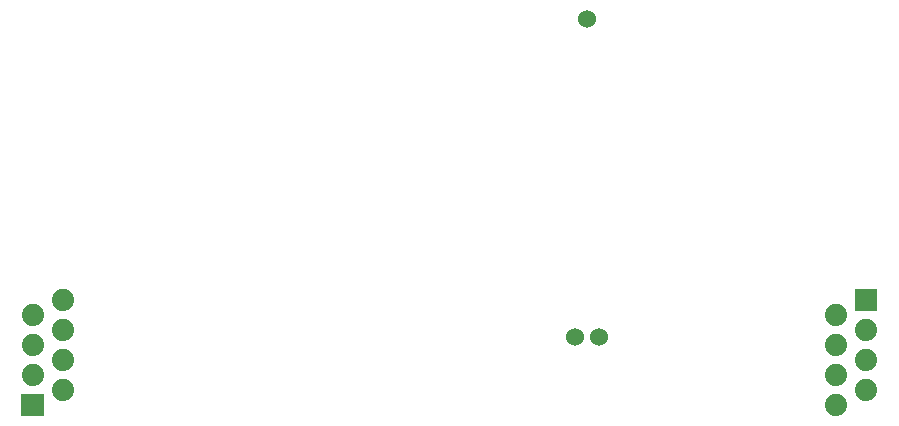
<source format=gbl>
G04 MADE WITH FRITZING*
G04 WWW.FRITZING.ORG*
G04 DOUBLE SIDED*
G04 HOLES PLATED*
G04 CONTOUR ON CENTER OF CONTOUR VECTOR*
%ASAXBY*%
%FSLAX23Y23*%
%MOIN*%
%OFA0B0*%
%SFA1.0B1.0*%
%ADD10C,0.060000*%
%ADD11C,0.074000*%
%ADD12R,0.001000X0.001000*%
%LNCOPPER0*%
G90*
G70*
G54D10*
X2450Y1550D03*
X2410Y2610D03*
X2370Y1550D03*
X2450Y1550D03*
X2410Y2610D03*
X2370Y1550D03*
X2450Y1550D03*
X2410Y2610D03*
X2370Y1550D03*
G54D11*
X3240Y1325D03*
X3340Y1375D03*
X3240Y1425D03*
X3240Y1525D03*
X3240Y1625D03*
X3340Y1475D03*
X3340Y1575D03*
X3340Y1675D03*
X3240Y1325D03*
X3340Y1375D03*
X3240Y1425D03*
X3240Y1525D03*
X3240Y1625D03*
X3340Y1475D03*
X3340Y1575D03*
X3340Y1675D03*
X661Y1675D03*
X561Y1625D03*
X661Y1575D03*
X661Y1475D03*
X661Y1375D03*
X561Y1525D03*
X561Y1425D03*
X561Y1325D03*
X661Y1675D03*
X561Y1625D03*
X661Y1575D03*
X661Y1475D03*
X661Y1375D03*
X561Y1525D03*
X561Y1425D03*
X561Y1325D03*
G54D12*
X3303Y1712D02*
X3376Y1712D01*
X3303Y1711D02*
X3376Y1711D01*
X3303Y1710D02*
X3376Y1710D01*
X3303Y1709D02*
X3376Y1709D01*
X3303Y1708D02*
X3376Y1708D01*
X3303Y1707D02*
X3376Y1707D01*
X3303Y1706D02*
X3376Y1706D01*
X3303Y1705D02*
X3376Y1705D01*
X3303Y1704D02*
X3376Y1704D01*
X3303Y1703D02*
X3376Y1703D01*
X3303Y1702D02*
X3376Y1702D01*
X3303Y1701D02*
X3376Y1701D01*
X3303Y1700D02*
X3376Y1700D01*
X3303Y1699D02*
X3376Y1699D01*
X3303Y1698D02*
X3376Y1698D01*
X3303Y1697D02*
X3376Y1697D01*
X3303Y1696D02*
X3376Y1696D01*
X3303Y1695D02*
X3337Y1695D01*
X3342Y1695D02*
X3376Y1695D01*
X3303Y1694D02*
X3332Y1694D01*
X3346Y1694D02*
X3376Y1694D01*
X3303Y1693D02*
X3330Y1693D01*
X3349Y1693D02*
X3376Y1693D01*
X3303Y1692D02*
X3328Y1692D01*
X3351Y1692D02*
X3376Y1692D01*
X3303Y1691D02*
X3327Y1691D01*
X3352Y1691D02*
X3376Y1691D01*
X3303Y1690D02*
X3326Y1690D01*
X3353Y1690D02*
X3376Y1690D01*
X3303Y1689D02*
X3325Y1689D01*
X3354Y1689D02*
X3376Y1689D01*
X3303Y1688D02*
X3324Y1688D01*
X3355Y1688D02*
X3376Y1688D01*
X3303Y1687D02*
X3323Y1687D01*
X3356Y1687D02*
X3376Y1687D01*
X3303Y1686D02*
X3322Y1686D01*
X3357Y1686D02*
X3376Y1686D01*
X3303Y1685D02*
X3322Y1685D01*
X3357Y1685D02*
X3376Y1685D01*
X3303Y1684D02*
X3321Y1684D01*
X3358Y1684D02*
X3376Y1684D01*
X3303Y1683D02*
X3321Y1683D01*
X3358Y1683D02*
X3376Y1683D01*
X3303Y1682D02*
X3320Y1682D01*
X3358Y1682D02*
X3376Y1682D01*
X3303Y1681D02*
X3320Y1681D01*
X3359Y1681D02*
X3376Y1681D01*
X3303Y1680D02*
X3320Y1680D01*
X3359Y1680D02*
X3376Y1680D01*
X3303Y1679D02*
X3320Y1679D01*
X3359Y1679D02*
X3376Y1679D01*
X3303Y1678D02*
X3319Y1678D01*
X3359Y1678D02*
X3376Y1678D01*
X3303Y1677D02*
X3319Y1677D01*
X3359Y1677D02*
X3376Y1677D01*
X3303Y1676D02*
X3319Y1676D01*
X3360Y1676D02*
X3376Y1676D01*
X3303Y1675D02*
X3319Y1675D01*
X3360Y1675D02*
X3376Y1675D01*
X3303Y1674D02*
X3319Y1674D01*
X3359Y1674D02*
X3376Y1674D01*
X3303Y1673D02*
X3319Y1673D01*
X3359Y1673D02*
X3376Y1673D01*
X3303Y1672D02*
X3320Y1672D01*
X3359Y1672D02*
X3376Y1672D01*
X3303Y1671D02*
X3320Y1671D01*
X3359Y1671D02*
X3376Y1671D01*
X3303Y1670D02*
X3320Y1670D01*
X3359Y1670D02*
X3376Y1670D01*
X3303Y1669D02*
X3320Y1669D01*
X3358Y1669D02*
X3376Y1669D01*
X3303Y1668D02*
X3321Y1668D01*
X3358Y1668D02*
X3376Y1668D01*
X3303Y1667D02*
X3321Y1667D01*
X3358Y1667D02*
X3376Y1667D01*
X3303Y1666D02*
X3322Y1666D01*
X3357Y1666D02*
X3376Y1666D01*
X3303Y1665D02*
X3322Y1665D01*
X3356Y1665D02*
X3376Y1665D01*
X3303Y1664D02*
X3323Y1664D01*
X3356Y1664D02*
X3376Y1664D01*
X3303Y1663D02*
X3324Y1663D01*
X3355Y1663D02*
X3376Y1663D01*
X3303Y1662D02*
X3325Y1662D01*
X3354Y1662D02*
X3376Y1662D01*
X3303Y1661D02*
X3326Y1661D01*
X3353Y1661D02*
X3376Y1661D01*
X3303Y1660D02*
X3327Y1660D01*
X3352Y1660D02*
X3376Y1660D01*
X3303Y1659D02*
X3328Y1659D01*
X3351Y1659D02*
X3376Y1659D01*
X3303Y1658D02*
X3330Y1658D01*
X3349Y1658D02*
X3376Y1658D01*
X3303Y1657D02*
X3332Y1657D01*
X3346Y1657D02*
X3376Y1657D01*
X3303Y1656D02*
X3337Y1656D01*
X3342Y1656D02*
X3376Y1656D01*
X3303Y1655D02*
X3376Y1655D01*
X3303Y1654D02*
X3376Y1654D01*
X3303Y1653D02*
X3376Y1653D01*
X3303Y1652D02*
X3376Y1652D01*
X3303Y1651D02*
X3376Y1651D01*
X3303Y1650D02*
X3376Y1650D01*
X3303Y1649D02*
X3376Y1649D01*
X3303Y1648D02*
X3376Y1648D01*
X3303Y1647D02*
X3376Y1647D01*
X3303Y1646D02*
X3376Y1646D01*
X3303Y1645D02*
X3376Y1645D01*
X3303Y1644D02*
X3376Y1644D01*
X3303Y1643D02*
X3376Y1643D01*
X3303Y1642D02*
X3376Y1642D01*
X3303Y1641D02*
X3376Y1641D01*
X3303Y1640D02*
X3376Y1640D01*
X3303Y1639D02*
X3376Y1639D01*
X524Y1362D02*
X597Y1362D01*
X524Y1361D02*
X597Y1361D01*
X524Y1360D02*
X597Y1360D01*
X524Y1359D02*
X597Y1359D01*
X524Y1358D02*
X597Y1358D01*
X524Y1357D02*
X597Y1357D01*
X524Y1356D02*
X597Y1356D01*
X524Y1355D02*
X597Y1355D01*
X524Y1354D02*
X597Y1354D01*
X524Y1353D02*
X597Y1353D01*
X524Y1352D02*
X597Y1352D01*
X524Y1351D02*
X597Y1351D01*
X524Y1350D02*
X597Y1350D01*
X524Y1349D02*
X597Y1349D01*
X524Y1348D02*
X597Y1348D01*
X524Y1347D02*
X597Y1347D01*
X524Y1346D02*
X597Y1346D01*
X524Y1345D02*
X558Y1345D01*
X563Y1345D02*
X597Y1345D01*
X524Y1344D02*
X553Y1344D01*
X568Y1344D02*
X597Y1344D01*
X524Y1343D02*
X551Y1343D01*
X570Y1343D02*
X597Y1343D01*
X524Y1342D02*
X549Y1342D01*
X572Y1342D02*
X597Y1342D01*
X524Y1341D02*
X548Y1341D01*
X573Y1341D02*
X597Y1341D01*
X524Y1340D02*
X547Y1340D01*
X574Y1340D02*
X597Y1340D01*
X524Y1339D02*
X546Y1339D01*
X575Y1339D02*
X597Y1339D01*
X524Y1338D02*
X545Y1338D01*
X576Y1338D02*
X597Y1338D01*
X524Y1337D02*
X544Y1337D01*
X577Y1337D02*
X597Y1337D01*
X524Y1336D02*
X543Y1336D01*
X578Y1336D02*
X597Y1336D01*
X524Y1335D02*
X543Y1335D01*
X578Y1335D02*
X597Y1335D01*
X524Y1334D02*
X542Y1334D01*
X579Y1334D02*
X597Y1334D01*
X524Y1333D02*
X542Y1333D01*
X579Y1333D02*
X597Y1333D01*
X524Y1332D02*
X542Y1332D01*
X580Y1332D02*
X597Y1332D01*
X524Y1331D02*
X541Y1331D01*
X580Y1331D02*
X597Y1331D01*
X524Y1330D02*
X541Y1330D01*
X580Y1330D02*
X597Y1330D01*
X524Y1329D02*
X541Y1329D01*
X580Y1329D02*
X597Y1329D01*
X524Y1328D02*
X541Y1328D01*
X580Y1328D02*
X597Y1328D01*
X524Y1327D02*
X540Y1327D01*
X581Y1327D02*
X597Y1327D01*
X524Y1326D02*
X540Y1326D01*
X581Y1326D02*
X597Y1326D01*
X524Y1325D02*
X540Y1325D01*
X581Y1325D02*
X597Y1325D01*
X524Y1324D02*
X540Y1324D01*
X581Y1324D02*
X597Y1324D01*
X524Y1323D02*
X541Y1323D01*
X580Y1323D02*
X597Y1323D01*
X524Y1322D02*
X541Y1322D01*
X580Y1322D02*
X597Y1322D01*
X524Y1321D02*
X541Y1321D01*
X580Y1321D02*
X597Y1321D01*
X524Y1320D02*
X541Y1320D01*
X580Y1320D02*
X597Y1320D01*
X524Y1319D02*
X542Y1319D01*
X579Y1319D02*
X597Y1319D01*
X524Y1318D02*
X542Y1318D01*
X579Y1318D02*
X597Y1318D01*
X524Y1317D02*
X542Y1317D01*
X579Y1317D02*
X597Y1317D01*
X524Y1316D02*
X543Y1316D01*
X578Y1316D02*
X597Y1316D01*
X524Y1315D02*
X543Y1315D01*
X578Y1315D02*
X597Y1315D01*
X524Y1314D02*
X544Y1314D01*
X577Y1314D02*
X597Y1314D01*
X524Y1313D02*
X545Y1313D01*
X576Y1313D02*
X597Y1313D01*
X524Y1312D02*
X546Y1312D01*
X575Y1312D02*
X597Y1312D01*
X524Y1311D02*
X547Y1311D01*
X574Y1311D02*
X597Y1311D01*
X524Y1310D02*
X548Y1310D01*
X573Y1310D02*
X597Y1310D01*
X524Y1309D02*
X549Y1309D01*
X572Y1309D02*
X597Y1309D01*
X524Y1308D02*
X551Y1308D01*
X570Y1308D02*
X597Y1308D01*
X524Y1307D02*
X554Y1307D01*
X567Y1307D02*
X597Y1307D01*
X524Y1306D02*
X558Y1306D01*
X563Y1306D02*
X597Y1306D01*
X524Y1305D02*
X597Y1305D01*
X524Y1304D02*
X597Y1304D01*
X524Y1303D02*
X597Y1303D01*
X524Y1302D02*
X597Y1302D01*
X524Y1301D02*
X597Y1301D01*
X524Y1300D02*
X597Y1300D01*
X524Y1299D02*
X597Y1299D01*
X524Y1298D02*
X597Y1298D01*
X524Y1297D02*
X597Y1297D01*
X524Y1296D02*
X597Y1296D01*
X524Y1295D02*
X597Y1295D01*
X524Y1294D02*
X597Y1294D01*
X524Y1293D02*
X597Y1293D01*
X524Y1292D02*
X597Y1292D01*
X524Y1291D02*
X597Y1291D01*
X524Y1290D02*
X597Y1290D01*
X524Y1289D02*
X597Y1289D01*
D02*
G04 End of Copper0*
M02*
</source>
